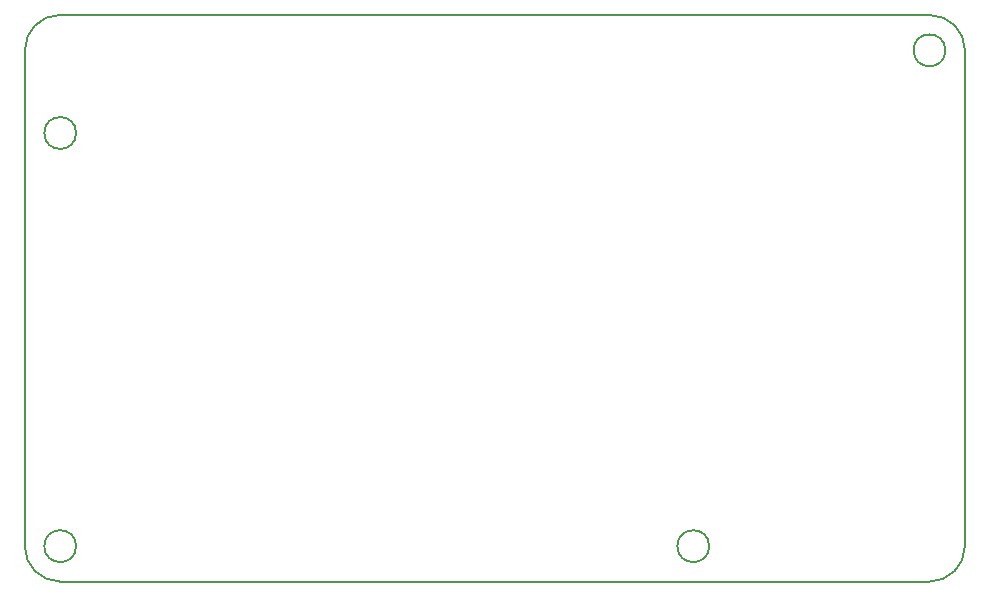
<source format=gm1>
G04 #@! TF.GenerationSoftware,KiCad,Pcbnew,8.0.2*
G04 #@! TF.CreationDate,2024-05-30T21:41:25+08:00*
G04 #@! TF.ProjectId,pppc_usb_hub,70707063-5f75-4736-925f-6875622e6b69,rev?*
G04 #@! TF.SameCoordinates,Original*
G04 #@! TF.FileFunction,Profile,NP*
%FSLAX46Y46*%
G04 Gerber Fmt 4.6, Leading zero omitted, Abs format (unit mm)*
G04 Created by KiCad (PCBNEW 8.0.2) date 2024-05-30 21:41:25*
%MOMM*%
%LPD*%
G01*
G04 APERTURE LIST*
G04 #@! TA.AperFunction,Profile*
%ADD10C,0.200000*%
G04 #@! TD*
G04 APERTURE END LIST*
D10*
X111700000Y-81010000D02*
X185300000Y-81010000D01*
X186650000Y-84010000D02*
G75*
G02*
X183950000Y-84010000I-1350000J0D01*
G01*
X183950000Y-84010000D02*
G75*
G02*
X186650000Y-84010000I1350000J0D01*
G01*
X185300000Y-128990000D02*
X111700000Y-128990000D01*
X108700000Y-125990000D02*
X108700000Y-84010000D01*
X111700000Y-128990000D02*
G75*
G02*
X108700000Y-125990000I0J3000000D01*
G01*
X113050000Y-91010000D02*
G75*
G02*
X110350000Y-91010000I-1350000J0D01*
G01*
X110350000Y-91010000D02*
G75*
G02*
X113050000Y-91010000I1350000J0D01*
G01*
X188300000Y-125990000D02*
G75*
G02*
X185300000Y-128990000I-3000000J0D01*
G01*
X113050000Y-125990000D02*
G75*
G02*
X110350000Y-125990000I-1350000J0D01*
G01*
X110350000Y-125990000D02*
G75*
G02*
X113050000Y-125990000I1350000J0D01*
G01*
X108700000Y-84010000D02*
G75*
G02*
X111700000Y-81010000I3000000J0D01*
G01*
X185300000Y-81010000D02*
G75*
G02*
X188300000Y-84010000I0J-3000000D01*
G01*
X166650000Y-125990000D02*
G75*
G02*
X163950000Y-125990000I-1350000J0D01*
G01*
X163950000Y-125990000D02*
G75*
G02*
X166650000Y-125990000I1350000J0D01*
G01*
X188300000Y-84010000D02*
X188300000Y-125990000D01*
M02*

</source>
